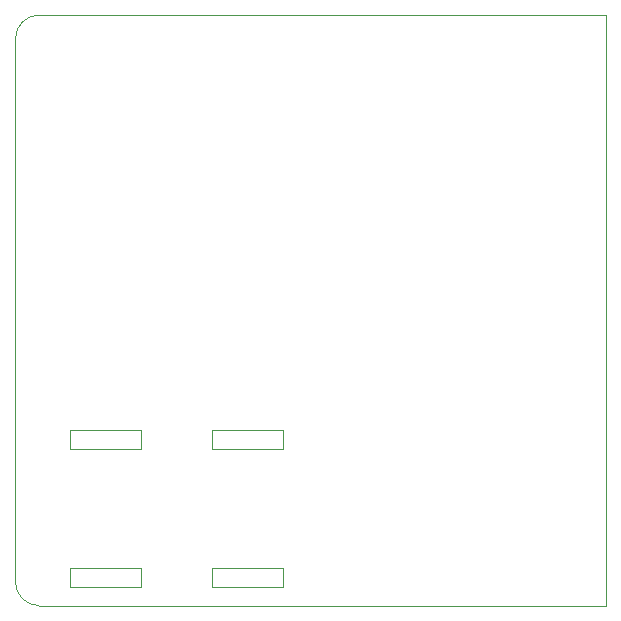
<source format=gbr>
%TF.GenerationSoftware,KiCad,Pcbnew,8.0.6*%
%TF.CreationDate,2025-08-26T16:01:02+02:00*%
%TF.ProjectId,probe,70726f62-652e-46b6-9963-61645f706362,V4-0*%
%TF.SameCoordinates,Original*%
%TF.FileFunction,Profile,NP*%
%FSLAX46Y46*%
G04 Gerber Fmt 4.6, Leading zero omitted, Abs format (unit mm)*
G04 Created by KiCad (PCBNEW 8.0.6) date 2025-08-26 16:01:02*
%MOMM*%
%LPD*%
G01*
G04 APERTURE LIST*
%TA.AperFunction,Profile*%
%ADD10C,0.100000*%
%TD*%
%TA.AperFunction,Profile*%
%ADD11C,0.050000*%
%TD*%
G04 APERTURE END LIST*
D10*
X142000000Y-70000000D02*
G75*
G02*
X140000000Y-68000000I0J2000000D01*
G01*
X142000000Y-20000000D02*
X190000000Y-20000000D01*
X190000000Y-70000000D02*
X142000000Y-70000000D01*
X190000000Y-20000000D02*
X190000000Y-70000000D01*
X140000000Y-68000000D02*
X140000000Y-22000000D01*
X140000000Y-22000000D02*
G75*
G02*
X142000000Y-20000000I2000000J0D01*
G01*
D11*
%TO.C,J8*%
X144650000Y-55125000D02*
X150650000Y-55125000D01*
X144650000Y-56725000D02*
X144650000Y-55125000D01*
X150650000Y-56725000D02*
X144650000Y-56725000D01*
X150650000Y-56725000D02*
X150650000Y-55125000D01*
X156650000Y-56725000D02*
X156650000Y-55125000D01*
X156650000Y-56725000D02*
X162650000Y-56725000D01*
X162650000Y-55125000D02*
X156650000Y-55125000D01*
X162650000Y-56725000D02*
X162650000Y-55125000D01*
%TO.C,J7*%
X144650000Y-66825000D02*
X144650000Y-68425000D01*
X144650000Y-68425000D02*
X150650000Y-68425000D01*
X150650000Y-66825000D02*
X144650000Y-66825000D01*
X150650000Y-66825000D02*
X150650000Y-68425000D01*
X156650000Y-66825000D02*
X156650000Y-68425000D01*
X156650000Y-66825000D02*
X162650000Y-66825000D01*
X162650000Y-66825000D02*
X162650000Y-68425000D01*
X162650000Y-68425000D02*
X156650000Y-68425000D01*
%TD*%
M02*

</source>
